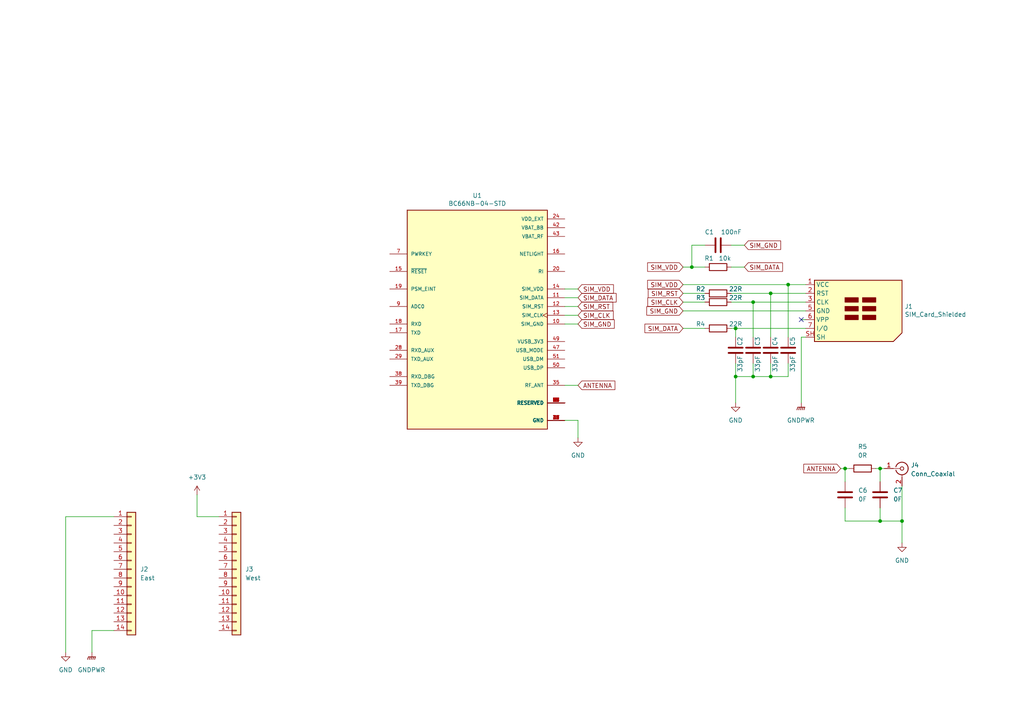
<source format=kicad_sch>
(kicad_sch (version 20211123) (generator eeschema)
  (paper "A4")
  (lib_symbols
    (symbol "BC66NB-04-STD:BC66NB-04-STD" (pin_names (offset 1.016))
      (property "Reference" "U" (at -20.32 31.496 0))
      (property "Value" "BC66NB-04-STD" (at -20.32 -35.56 0))
      (symbol "BC66NB-04-STD_0_0"
        (rectangle (start -20.32 -33.02) (end 20.32 30.48) (stroke (width 0.254)) (fill (type background)))
        (pin power_in line (at 25.4 -30.48 180) (length 5.08) (name "GND") (number "1"))
        (pin power_in line (at 25.4 -2.54 180) (length 5.08) (name "SIM_GND") (number "10"))
        (pin bidirectional line (at 25.4 5.08 180) (length 5.08) (name "SIM_DATA") (number "11"))
        (pin output line (at 25.4 2.54 180) (length 5.08) (name "SIM_RST") (number "12"))
        (pin output clock (at 25.4 0 180) (length 5.08) (name "SIM_CLK") (number "13"))
        (pin power_in line (at 25.4 7.62 180) (length 5.08) (name "SIM_VDD") (number "14"))
        (pin input line (at -25.4 12.7 0) (length 5.08) (name "~{RESET}") (number "15"))
        (pin output line (at 25.4 17.78 180) (length 5.08) (name "NETLIGHT") (number "16"))
        (pin output line (at -25.4 -5.08 0) (length 5.08) (name "TXD") (number "17"))
        (pin input line (at -25.4 -2.54 0) (length 5.08) (name "RXD") (number "18"))
        (pin input line (at -25.4 7.62 0) (length 5.08) (name "PSM_EINT") (number "19"))
        (pin bidirectional line (at 25.4 -25.4 180) (length 5.08) (name "RESERVED") (number "2"))
        (pin output line (at 25.4 12.7 180) (length 5.08) (name "RI") (number "20"))
        (pin bidirectional line (at 25.4 -25.4 180) (length 5.08) (name "RESERVED") (number "21"))
        (pin bidirectional line (at 25.4 -25.4 180) (length 5.08) (name "RESERVED") (number "22"))
        (pin bidirectional line (at 25.4 -25.4 180) (length 5.08) (name "RESERVED") (number "23"))
        (pin power_in line (at 25.4 27.94 180) (length 5.08) (name "VDD_EXT") (number "24"))
        (pin bidirectional line (at 25.4 -25.4 180) (length 5.08) (name "RESERVED") (number "25"))
        (pin bidirectional line (at 25.4 -25.4 180) (length 5.08) (name "RESERVED") (number "26"))
        (pin power_in line (at 25.4 -30.48 180) (length 5.08) (name "GND") (number "27"))
        (pin input line (at -25.4 -10.16 0) (length 5.08) (name "RXD_AUX") (number "28"))
        (pin output line (at -25.4 -12.7 0) (length 5.08) (name "TXD_AUX") (number "29"))
        (pin bidirectional line (at 25.4 -25.4 180) (length 5.08) (name "RESERVED") (number "3"))
        (pin bidirectional line (at 25.4 -25.4 180) (length 5.08) (name "RESERVED") (number "30"))
        (pin bidirectional line (at 25.4 -25.4 180) (length 5.08) (name "RESERVED") (number "31"))
        (pin bidirectional line (at 25.4 -25.4 180) (length 5.08) (name "RESERVED") (number "32"))
        (pin bidirectional line (at 25.4 -25.4 180) (length 5.08) (name "RESERVED") (number "33"))
        (pin power_in line (at 25.4 -30.48 180) (length 5.08) (name "GND") (number "34"))
        (pin bidirectional line (at 25.4 -20.32 180) (length 5.08) (name "RF_ANT") (number "35"))
        (pin power_in line (at 25.4 -30.48 180) (length 5.08) (name "GND") (number "36"))
        (pin power_in line (at 25.4 -30.48 180) (length 5.08) (name "GND") (number "37"))
        (pin input line (at -25.4 -17.78 0) (length 5.08) (name "RXD_DBG") (number "38"))
        (pin output line (at -25.4 -20.32 0) (length 5.08) (name "TXD_DBG") (number "39"))
        (pin bidirectional line (at 25.4 -25.4 180) (length 5.08) (name "RESERVED") (number "4"))
        (pin power_in line (at 25.4 -30.48 180) (length 5.08) (name "GND") (number "40"))
        (pin power_in line (at 25.4 -30.48 180) (length 5.08) (name "GND") (number "41"))
        (pin power_in line (at 25.4 25.4 180) (length 5.08) (name "VBAT_BB") (number "42"))
        (pin power_in line (at 25.4 22.86 180) (length 5.08) (name "VBAT_RF") (number "43"))
        (pin bidirectional line (at 25.4 -25.4 180) (length 5.08) (name "RESERVED") (number "44"))
        (pin bidirectional line (at 25.4 -25.4 180) (length 5.08) (name "RESERVED") (number "45"))
        (pin bidirectional line (at 25.4 -25.4 180) (length 5.08) (name "RESERVED") (number "46"))
        (pin input line (at 25.4 -10.16 180) (length 5.08) (name "USB_MODE") (number "47"))
        (pin bidirectional line (at 25.4 -25.4 180) (length 5.08) (name "RESERVED") (number "48"))
        (pin power_in line (at 25.4 -7.62 180) (length 5.08) (name "VUSB_3V3") (number "49"))
        (pin bidirectional line (at 25.4 -25.4 180) (length 5.08) (name "RESERVED") (number "5"))
        (pin bidirectional line (at 25.4 -15.24 180) (length 5.08) (name "USB_DP") (number "50"))
        (pin bidirectional line (at 25.4 -12.7 180) (length 5.08) (name "USB_DM") (number "51"))
        (pin bidirectional line (at 25.4 -25.4 180) (length 5.08) (name "RESERVED") (number "52"))
        (pin bidirectional line (at 25.4 -25.4 180) (length 5.08) (name "RESERVED") (number "53"))
        (pin bidirectional line (at 25.4 -25.4 180) (length 5.08) (name "RESERVED") (number "54"))
        (pin bidirectional line (at 25.4 -25.4 180) (length 5.08) (name "RESERVED") (number "55"))
        (pin bidirectional line (at 25.4 -25.4 180) (length 5.08) (name "RESERVED") (number "56"))
        (pin bidirectional line (at 25.4 -25.4 180) (length 5.08) (name "RESERVED") (number "57"))
        (pin bidirectional line (at 25.4 -25.4 180) (length 5.08) (name "RESERVED") (number "58"))
        (pin bidirectional line (at 25.4 -25.4 180) (length 5.08) (name "RESERVED") (number "6"))
        (pin input line (at -25.4 17.78 0) (length 5.08) (name "PWRKEY") (number "7"))
        (pin bidirectional line (at 25.4 -25.4 180) (length 5.08) (name "RESERVED") (number "8"))
        (pin input line (at -25.4 2.54 0) (length 5.08) (name "ADC0") (number "9"))
      )
    )
    (symbol "Connector:Conn_Coaxial" (pin_names (offset 1.016) hide)
      (property "Reference" "J" (at 0.254 3.048 0))
      (property "Value" "Conn_Coaxial" (at 2.921 0 90))
      (symbol "Conn_Coaxial_0_1"
        (arc (start -1.778 -0.508) (mid 0.222 -1.808) (end 1.778 0) (stroke (width 0.254)))
        (polyline (pts (xy -2.54 0) (xy -0.508 0)))
        (polyline (pts (xy 0 -2.54) (xy 0 -1.778)))
        (circle (center 0 0) (radius 0.508) (stroke (width 0.2032)))
        (arc (start 1.778 0) (mid 0.222 1.8083) (end -1.778 0.508) (stroke (width 0.254)))
      )
      (symbol "Conn_Coaxial_1_1"
        (pin passive line (at -5.08 0 0) (length 2.54) (name "In") (number "1"))
        (pin passive line (at 0 -5.08 90) (length 2.54) (name "Ext") (number "2"))
      )
    )
    (symbol "Connector:SIM_Card_Shielded"
      (property "Reference" "J" (at -2.54 12.7 0))
      (property "Value" "Connector_SIM_Card_Shielded" (at -1.27 10.16 0))
      (symbol "SIM_Card_Shielded_0_1"
        (rectangle (start -1.27 -2.54) (end 2.54 -1.27) (stroke (width 0.254)) (fill (type outline)))
        (rectangle (start -1.27 0) (end 2.54 1.27) (stroke (width 0.254)) (fill (type outline)))
        (rectangle (start -1.27 2.54) (end 2.54 3.81) (stroke (width 0.254)) (fill (type outline)))
        (polyline (pts (xy -10.16 8.89) (xy -10.16 -8.89) (xy 12.7 -8.89) (xy 15.24 -6.35) (xy 15.24 8.89) (xy -10.16 8.89)) (stroke (width 0.254)) (fill (type background)))
        (rectangle (start 3.81 -1.27) (end 7.62 -2.54) (stroke (width 0.254)) (fill (type outline)))
        (rectangle (start 3.81 0) (end 7.62 1.27) (stroke (width 0.254)) (fill (type outline)))
        (rectangle (start 3.81 2.54) (end 7.62 3.81) (stroke (width 0.254)) (fill (type outline)))
      )
      (symbol "SIM_Card_Shielded_1_1"
        (pin power_in line (at -12.7 7.62 0) (length 2.54) (name "VCC") (number "1"))
        (pin input line (at -12.7 5.08 0) (length 2.54) (name "RST") (number "2"))
        (pin input line (at -12.7 2.54 0) (length 2.54) (name "CLK") (number "3"))
        (pin power_in line (at -12.7 0 0) (length 2.54) (name "GND") (number "5"))
        (pin input line (at -12.7 -2.54 0) (length 2.54) (name "VPP") (number "6"))
        (pin bidirectional line (at -12.7 -5.08 0) (length 2.54) (name "I/O") (number "7"))
        (pin passive line (at -12.7 -7.62 0) (length 2.54) (name "SH") (number "SH"))
      )
    )
    (symbol "Connector_Generic:Conn_01x14" (pin_names (offset 1.016) hide)
      (property "Reference" "J" (at 0 17.78 0))
      (property "Value" "Conn_01x14" (at 0 -20.32 0))
      (symbol "Conn_01x14_1_1"
        (rectangle (start -1.27 -17.653) (end 0 -17.907) (stroke (width 0.1524)))
        (rectangle (start -1.27 -15.113) (end 0 -15.367) (stroke (width 0.1524)))
        (rectangle (start -1.27 -12.573) (end 0 -12.827) (stroke (width 0.1524)))
        (rectangle (start -1.27 -10.033) (end 0 -10.287) (stroke (width 0.1524)))
        (rectangle (start -1.27 -7.493) (end 0 -7.747) (stroke (width 0.1524)))
        (rectangle (start -1.27 -4.953) (end 0 -5.207) (stroke (width 0.1524)))
        (rectangle (start -1.27 -2.413) (end 0 -2.667) (stroke (width 0.1524)))
        (rectangle (start -1.27 0.127) (end 0 -0.127) (stroke (width 0.1524)))
        (rectangle (start -1.27 2.667) (end 0 2.413) (stroke (width 0.1524)))
        (rectangle (start -1.27 5.207) (end 0 4.953) (stroke (width 0.1524)))
        (rectangle (start -1.27 7.747) (end 0 7.493) (stroke (width 0.1524)))
        (rectangle (start -1.27 10.287) (end 0 10.033) (stroke (width 0.1524)))
        (rectangle (start -1.27 12.827) (end 0 12.573) (stroke (width 0.1524)))
        (rectangle (start -1.27 15.367) (end 0 15.113) (stroke (width 0.1524)))
        (rectangle (start -1.27 16.51) (end 1.27 -19.05) (stroke (width 0.254)) (fill (type background)))
        (pin passive line (at -5.08 15.24 0) (length 3.81) (name "Pin_1") (number "1"))
        (pin passive line (at -5.08 -7.62 0) (length 3.81) (name "Pin_10") (number "10"))
        (pin passive line (at -5.08 -10.16 0) (length 3.81) (name "Pin_11") (number "11"))
        (pin passive line (at -5.08 -12.7 0) (length 3.81) (name "Pin_12") (number "12"))
        (pin passive line (at -5.08 -15.24 0) (length 3.81) (name "Pin_13") (number "13"))
        (pin passive line (at -5.08 -17.78 0) (length 3.81) (name "Pin_14") (number "14"))
        (pin passive line (at -5.08 12.7 0) (length 3.81) (name "Pin_2") (number "2"))
        (pin passive line (at -5.08 10.16 0) (length 3.81) (name "Pin_3") (number "3"))
        (pin passive line (at -5.08 7.62 0) (length 3.81) (name "Pin_4") (number "4"))
        (pin passive line (at -5.08 5.08 0) (length 3.81) (name "Pin_5") (number "5"))
        (pin passive line (at -5.08 2.54 0) (length 3.81) (name "Pin_6") (number "6"))
        (pin passive line (at -5.08 0 0) (length 3.81) (name "Pin_7") (number "7"))
        (pin passive line (at -5.08 -2.54 0) (length 3.81) (name "Pin_8") (number "8"))
        (pin passive line (at -5.08 -5.08 0) (length 3.81) (name "Pin_9") (number "9"))
      )
    )
    (symbol "Device:C" (pin_numbers hide) (pin_names (offset 0.254))
      (property "Reference" "C" (at 0.635 2.54 0))
      (property "Value" "C" (at 0.635 -2.54 0))
      (symbol "C_0_1"
        (polyline (pts (xy -2.032 -0.762) (xy 2.032 -0.762)) (stroke (width 0.508)))
        (polyline (pts (xy -2.032 0.762) (xy 2.032 0.762)) (stroke (width 0.508)))
      )
      (symbol "C_1_1"
        (pin passive line (at 0 3.81 270) (length 2.794) (name "~") (number "1"))
        (pin passive line (at 0 -3.81 90) (length 2.794) (name "~") (number "2"))
      )
    )
    (symbol "Device:R" (pin_numbers hide) (pin_names (offset 0))
      (property "Reference" "R" (at 2.032 0 90))
      (property "Value" "R" (at 0 0 90))
      (symbol "R_0_1"
        (rectangle (start -1.016 -2.54) (end 1.016 2.54) (stroke (width 0.254)))
      )
      (symbol "R_1_1"
        (pin passive line (at 0 3.81 270) (length 1.27) (name "~") (number "1"))
        (pin passive line (at 0 -3.81 90) (length 1.27) (name "~") (number "2"))
      )
    )
    (symbol "power:+3V3" (power) (pin_names (offset 0))
      (property "Value" "+3V3" (at 0 3.556 0))
      (symbol "+3V3_0_1"
        (polyline (pts (xy -0.762 1.27) (xy 0 2.54)))
        (polyline (pts (xy 0 0) (xy 0 2.54)))
        (polyline (pts (xy 0 2.54) (xy 0.762 1.27)))
      )
      (symbol "+3V3_1_1"
        (pin power_in line (at 0 0 90) (length 0) hide (name "+3V3") (number "1"))
      )
    )
    (symbol "power:GND" (power) (pin_names (offset 0))
      (property "Value" "GND" (at 0 -3.81 0))
      (symbol "GND_0_1"
        (polyline (pts (xy 0 0) (xy 0 -1.27) (xy 1.27 -1.27) (xy 0 -2.54) (xy -1.27 -1.27) (xy 0 -1.27)))
      )
      (symbol "GND_1_1"
        (pin power_in line (at 0 0 270) (length 0) hide (name "GND") (number "1"))
      )
    )
    (symbol "power:GNDPWR" (power) (pin_names (offset 0))
      (property "Value" "GNDPWR" (at 0 -3.302 0))
      (symbol "GNDPWR_0_1"
        (polyline (pts (xy 0 -1.27) (xy 0 0)))
        (polyline (pts (xy -1.016 -1.27) (xy -1.27 -2.032) (xy -1.27 -2.032)) (stroke (width 0.2032)))
        (polyline (pts (xy -0.508 -1.27) (xy -0.762 -2.032) (xy -0.762 -2.032)) (stroke (width 0.2032)))
        (polyline (pts (xy 0 -1.27) (xy -0.254 -2.032) (xy -0.254 -2.032)) (stroke (width 0.2032)))
        (polyline (pts (xy 0.508 -1.27) (xy 0.254 -2.032) (xy 0.254 -2.032)) (stroke (width 0.2032)))
        (polyline (pts (xy 1.016 -1.27) (xy -1.016 -1.27) (xy -1.016 -1.27)) (stroke (width 0.2032)))
        (polyline (pts (xy 1.016 -1.27) (xy 0.762 -2.032) (xy 0.762 -2.032) (xy 0.762 -2.032)) (stroke (width 0.2032)))
      )
      (symbol "GNDPWR_1_1"
        (pin power_in line (at 0 0 270) (length 0) hide (name "GNDPWR") (number "1"))
      )
    )
  )
  (junction (at 218.44 109.22))
  (junction (at 255.27 135.89))
  (junction (at 261.62 151.13))
  (junction (at 223.52 85.09))
  (junction (at 228.6 82.55))
  (junction (at 213.36 95.25))
  (junction (at 223.52 109.22))
  (junction (at 218.44 87.63))
  (junction (at 255.27 151.13))
  (junction (at 213.36 109.22))
  (junction (at 245.11 135.89))
  (junction (at 200.66 77.47))
  (no_connect (at 232.41 92.71))
  (wire (pts (xy 19.05 189.23) (xy 19.05 149.86)))
  (wire (pts (xy 213.36 95.25) (xy 213.36 97.79)))
  (wire (pts (xy 212.09 77.47) (xy 215.9 77.47)))
  (wire (pts (xy 233.68 82.55) (xy 228.6 82.55)))
  (wire (pts (xy 228.6 109.22) (xy 228.6 105.41)))
  (wire (pts (xy 213.36 109.22) (xy 218.44 109.22)))
  (wire (pts (xy 212.09 95.25) (xy 213.36 95.25)))
  (wire (pts (xy 163.83 111.76) (xy 167.64 111.76)))
  (wire (pts (xy 167.64 121.92) (xy 167.64 127)))
  (wire (pts (xy 232.41 116.84) (xy 232.41 97.79)))
  (wire (pts (xy 243.84 135.89) (xy 245.11 135.89)))
  (wire (pts (xy 212.09 85.09) (xy 223.52 85.09)))
  (wire (pts (xy 57.15 143.51) (xy 57.15 149.86)))
  (wire (pts (xy 245.11 135.89) (xy 246.38 135.89)))
  (wire (pts (xy 163.83 93.98) (xy 167.64 93.98)))
  (wire (pts (xy 213.36 105.41) (xy 213.36 109.22)))
  (wire (pts (xy 212.09 87.63) (xy 218.44 87.63)))
  (wire (pts (xy 198.12 85.09) (xy 204.47 85.09)))
  (wire (pts (xy 26.67 182.88) (xy 33.02 182.88)))
  (wire (pts (xy 200.66 77.47) (xy 204.47 77.47)))
  (wire (pts (xy 255.27 135.89) (xy 256.54 135.89)))
  (wire (pts (xy 198.12 87.63) (xy 204.47 87.63)))
  (wire (pts (xy 223.52 105.41) (xy 223.52 109.22)))
  (wire (pts (xy 223.52 109.22) (xy 228.6 109.22)))
  (wire (pts (xy 245.11 147.32) (xy 245.11 151.13)))
  (wire (pts (xy 19.05 149.86) (xy 33.02 149.86)))
  (wire (pts (xy 218.44 105.41) (xy 218.44 109.22)))
  (wire (pts (xy 255.27 135.89) (xy 255.27 139.7)))
  (wire (pts (xy 163.83 88.9) (xy 167.64 88.9)))
  (wire (pts (xy 218.44 87.63) (xy 233.68 87.63)))
  (wire (pts (xy 163.83 83.82) (xy 167.64 83.82)))
  (wire (pts (xy 198.12 77.47) (xy 200.66 77.47)))
  (wire (pts (xy 232.41 92.71) (xy 233.68 92.71)))
  (wire (pts (xy 223.52 85.09) (xy 223.52 97.79)))
  (wire (pts (xy 254 135.89) (xy 255.27 135.89)))
  (wire (pts (xy 163.83 91.44) (xy 167.64 91.44)))
  (wire (pts (xy 198.12 95.25) (xy 204.47 95.25)))
  (wire (pts (xy 213.36 95.25) (xy 233.68 95.25)))
  (wire (pts (xy 228.6 82.55) (xy 228.6 97.79)))
  (wire (pts (xy 26.67 189.23) (xy 26.67 182.88)))
  (wire (pts (xy 261.62 151.13) (xy 261.62 157.48)))
  (wire (pts (xy 198.12 90.17) (xy 233.68 90.17)))
  (wire (pts (xy 198.12 82.55) (xy 228.6 82.55)))
  (wire (pts (xy 255.27 147.32) (xy 255.27 151.13)))
  (wire (pts (xy 223.52 85.09) (xy 233.68 85.09)))
  (wire (pts (xy 255.27 151.13) (xy 261.62 151.13)))
  (wire (pts (xy 57.15 149.86) (xy 63.5 149.86)))
  (wire (pts (xy 232.41 97.79) (xy 233.68 97.79)))
  (wire (pts (xy 163.83 121.92) (xy 167.64 121.92)))
  (wire (pts (xy 213.36 109.22) (xy 213.36 116.84)))
  (wire (pts (xy 163.83 86.36) (xy 167.64 86.36)))
  (wire (pts (xy 200.66 71.12) (xy 204.47 71.12)))
  (wire (pts (xy 200.66 77.47) (xy 200.66 71.12)))
  (wire (pts (xy 245.11 151.13) (xy 255.27 151.13)))
  (wire (pts (xy 218.44 109.22) (xy 223.52 109.22)))
  (wire (pts (xy 261.62 140.97) (xy 261.62 151.13)))
  (wire (pts (xy 245.11 135.89) (xy 245.11 139.7)))
  (wire (pts (xy 212.09 71.12) (xy 215.9 71.12)))
  (wire (pts (xy 218.44 87.63) (xy 218.44 97.79)))
  (global_label "SIM_GND" (shape input) (at 167.64 93.98 0) (property "Intersheet References" "${INTERSHEET_REFS}" (effects hide)))
  (global_label "ANTENNA" (shape input) (at 167.64 111.76 0) (property "Intersheet References" "${INTERSHEET_REFS}" (effects hide)))
  (global_label "SIM_DATA" (shape input) (at 198.12 95.25 180) (property "Intersheet References" "${INTERSHEET_REFS}" (effects hide)))
  (global_label "SIM_VDD" (shape input) (at 198.12 82.55 180) (property "Intersheet References" "${INTERSHEET_REFS}" (effects hide)))
  (global_label "SIM_CLK" (shape input) (at 167.64 91.44 0) (property "Intersheet References" "${INTERSHEET_REFS}" (effects hide)))
  (global_label "SIM_VDD" (shape input) (at 167.64 83.82 0) (property "Intersheet References" "${INTERSHEET_REFS}" (effects hide)))
  (global_label "SIM_VDD" (shape input) (at 198.12 77.47 180) (property "Intersheet References" "${INTERSHEET_REFS}" (effects hide)))
  (global_label "SIM_RST" (shape input) (at 167.64 88.9 0) (property "Intersheet References" "${INTERSHEET_REFS}" (effects hide)))
  (global_label "SIM_DATA" (shape input) (at 215.9 77.47 0) (property "Intersheet References" "${INTERSHEET_REFS}" (effects hide)))
  (global_label "SIM_GND" (shape input) (at 198.12 90.17 180) (property "Intersheet References" "${INTERSHEET_REFS}" (effects hide)))
  (global_label "SIM_DATA" (shape input) (at 167.64 86.36 0) (property "Intersheet References" "${INTERSHEET_REFS}" (effects hide)))
  (global_label "ANTENNA" (shape input) (at 243.84 135.89 180) (property "Intersheet References" "${INTERSHEET_REFS}" (effects hide)))
  (global_label "SIM_RST" (shape input) (at 198.12 85.09 180) (property "Intersheet References" "${INTERSHEET_REFS}" (effects hide)))
  (global_label "SIM_GND" (shape input) (at 215.9 71.12 0) (property "Intersheet References" "${INTERSHEET_REFS}" (effects hide)))
  (global_label "SIM_CLK" (shape input) (at 198.12 87.63 180) (property "Intersheet References" "${INTERSHEET_REFS}" (effects hide)))
  (symbol (lib_id "Connector:SIM_Card_Shielded") (at 246.38 90.17 0) (unit 1)
    (property "Reference" "J1" (at 262.382 88.9 0) (effects (justify left)))
    (property "Value" "SIM_Card_Shielded" (at 262.382 91.2114 0) (effects (justify left)))
    (property "Footprint" "Connector_Card:microSIM_JAE_SF53S006VCBR2000" (effects hide))
    (property "Datasheet" " ~" (effects hide))
  )
  (symbol (lib_id "BC66NB-04-STD:BC66NB-04-STD") (at 138.43 91.44 0) (unit 1)
    (property "Reference" "U1" (at 138.43 56.7182 0))
    (property "Value" "BC66NB-04-STD" (at 138.43 59.0296 0))
    (property "Footprint" "XCVR_BC66NB-04-STD" (effects hide))
    (property "MP" "BC66" (effects hide))
    (property "AVAILABILITY" "Unavailable" (effects hide))
    (property "DESCRIPTION" "BC66 is a high-performance, multi-band LTE Cat NB-IoT module with extremely low power consumption. The ultra-compact 17.7mm × 15.8mm × 2.0mm profile makes it the perfect choice for size sensitive applications" (effects hide))
    (property "PRICE" "None" (effects hide))
    (property "PACKAGE" "Radial Vertical Cylinder  Quectel Wireless Solutions Co., Ltd" (effects hide))
    (property "MF" "Quectel Wireless Solutions Co., Ltd" (effects hide))
  )
  (symbol (lib_id "Device:C") (at 255.27 143.51 0) (unit 1)
    (property "Reference" "C7" (at 259.08 142.2399 0) (effects (justify left)))
    (property "Value" "0F" (at 259.08 144.7799 0) (effects (justify left)))
    (property "Footprint" "Capacitor_SMD:C_0603_1608Metric_Pad1.08x0.95mm_HandSolder" (effects hide))
  )
  (symbol (lib_id "power:GNDPWR") (at 232.41 116.84 0) (unit 1)
    (property "Reference" "#PWR02" (effects hide))
    (property "Value" "GNDPWR" (at 232.283 121.92 0))
  )
  (symbol (lib_id "Device:R") (at 208.28 85.09 90) (unit 1)
    (property "Reference" "R2" (at 203.2 83.82 90))
    (property "Value" "22R" (at 213.36 83.82 90))
    (property "Footprint" "Resistor_SMD:R_1206_3216Metric_Pad1.30x1.75mm_HandSolder" (effects hide))
  )
  (symbol (lib_id "Connector:Conn_Coaxial") (at 261.62 135.89 0) (unit 1)
    (property "Reference" "J4" (at 264.16 134.9131 0) (effects (justify left)))
    (property "Value" "Conn_Coaxial" (at 264.16 137.4531 0) (effects (justify left)))
    (property "Footprint" "Connector_Coaxial:U.FL_Hirose_U.FL-R-SMT-1_Vertical" (effects hide))
    (property "Datasheet" " ~" (effects hide))
  )
  (symbol (lib_id "power:GND") (at 213.36 116.84 0) (unit 1)
    (property "Reference" "#PWR01" (effects hide))
    (property "Value" "GND" (at 213.36 121.92 0))
  )
  (symbol (lib_id "Device:C") (at 213.36 101.6 0) (unit 1)
    (property "Reference" "C2" (at 214.63 100.33 90) (effects (justify left)))
    (property "Value" "33pF" (at 214.63 107.95 90) (effects (justify left)))
    (property "Footprint" "Capacitor_SMD:C_1206_3216Metric_Pad1.33x1.80mm_HandSolder" (effects hide))
  )
  (symbol (lib_id "Device:R") (at 208.28 77.47 90) (unit 1)
    (property "Reference" "R1" (at 207.0099 74.93 90) (effects (justify left)))
    (property "Value" "10k" (at 212.09 74.93 90) (effects (justify left)))
    (property "Footprint" "Resistor_SMD:R_1206_3216Metric_Pad1.30x1.75mm_HandSolder" (effects hide))
  )
  (symbol (lib_id "Connector_Generic:Conn_01x14") (at 38.1 165.1 0) (unit 1)
    (property "Reference" "J2" (at 40.64 165.0999 0) (effects (justify left)))
    (property "Value" "East" (at 40.64 167.6399 0) (effects (justify left)))
    (property "Footprint" "Connector_PinHeader_2.54mm:PinHeader_1x14_P2.54mm_Vertical" (effects hide))
  )
  (symbol (lib_id "Device:C") (at 218.44 101.6 0) (unit 1)
    (property "Reference" "C3" (at 219.71 100.33 90) (effects (justify left)))
    (property "Value" "33pF" (at 219.71 107.95 90) (effects (justify left)))
    (property "Footprint" "Capacitor_SMD:C_1206_3216Metric_Pad1.33x1.80mm_HandSolder" (effects hide))
  )
  (symbol (lib_id "power:GNDPWR") (at 26.67 189.23 0) (unit 1)
    (property "Reference" "#PWR0102" (effects hide))
    (property "Value" "GNDPWR" (at 26.543 194.31 0))
  )
  (symbol (lib_id "Device:C") (at 228.6 101.6 0) (unit 1)
    (property "Reference" "C5" (at 229.87 100.33 90) (effects (justify left)))
    (property "Value" "33pF" (at 229.87 107.95 90) (effects (justify left)))
    (property "Footprint" "Capacitor_SMD:C_1206_3216Metric_Pad1.33x1.80mm_HandSolder" (effects hide))
  )
  (symbol (lib_id "Device:C") (at 208.28 71.12 90) (unit 1)
    (property "Reference" "C1" (at 205.74 67.31 90))
    (property "Value" "100nF" (at 212.09 67.31 90))
    (property "Footprint" "Capacitor_SMD:C_1206_3216Metric_Pad1.33x1.80mm_HandSolder" (effects hide))
  )
  (symbol (lib_id "Connector_Generic:Conn_01x14") (at 68.58 165.1 0) (unit 1)
    (property "Reference" "J3" (at 71.12 165.0999 0) (effects (justify left)))
    (property "Value" "West" (at 71.12 167.6399 0) (effects (justify left)))
    (property "Footprint" "Connector_PinHeader_2.54mm:PinHeader_1x14_P2.54mm_Vertical" (effects hide))
  )
  (symbol (lib_id "Device:C") (at 245.11 143.51 0) (unit 1)
    (property "Reference" "C6" (at 248.92 142.2399 0) (effects (justify left)))
    (property "Value" "0F" (at 248.92 144.7799 0) (effects (justify left)))
    (property "Footprint" "Capacitor_SMD:C_0603_1608Metric_Pad1.08x0.95mm_HandSolder" (effects hide))
  )
  (symbol (lib_id "Device:C") (at 223.52 101.6 0) (unit 1)
    (property "Reference" "C4" (at 224.79 100.33 90) (effects (justify left)))
    (property "Value" "33pF" (at 224.79 107.95 90) (effects (justify left)))
    (property "Footprint" "Capacitor_SMD:C_1206_3216Metric_Pad1.33x1.80mm_HandSolder" (effects hide))
  )
  (symbol (lib_id "power:GND") (at 19.05 189.23 0) (unit 1)
    (property "Reference" "#PWR0103" (effects hide))
    (property "Value" "GND" (at 19.05 194.31 0))
  )
  (symbol (lib_id "Device:R") (at 208.28 95.25 90) (unit 1)
    (property "Reference" "R4" (at 203.2 93.98 90))
    (property "Value" "22R" (at 213.36 93.98 90))
    (property "Footprint" "Resistor_SMD:R_1206_3216Metric_Pad1.30x1.75mm_HandSolder" (effects hide))
  )
  (symbol (lib_id "power:GND") (at 261.62 157.48 0) (unit 1)
    (property "Reference" "#PWR0105" (effects hide))
    (property "Value" "GND" (at 261.62 162.56 0))
  )
  (symbol (lib_id "power:GND") (at 167.64 127 0) (unit 1)
    (property "Reference" "#PWR0101" (effects hide))
    (property "Value" "GND" (at 167.64 132.08 0))
  )
  (symbol (lib_id "Device:R") (at 250.19 135.89 90) (unit 1)
    (property "Reference" "R5" (at 250.19 129.54 90))
    (property "Value" "0R" (at 250.19 132.08 90))
    (property "Footprint" "Resistor_SMD:R_0603_1608Metric_Pad0.98x0.95mm_HandSolder" (effects hide))
  )
  (symbol (lib_id "power:+3V3") (at 57.15 143.51 0) (unit 1)
    (property "Reference" "#PWR0104" (effects hide))
    (property "Value" "+3V3" (at 57.15 138.43 0))
  )
  (symbol (lib_id "Device:R") (at 208.28 87.63 90) (unit 1)
    (property "Reference" "R3" (at 203.2 86.36 90))
    (property "Value" "22R" (at 213.36 86.36 90))
    (property "Footprint" "Resistor_SMD:R_1206_3216Metric_Pad1.30x1.75mm_HandSolder" (effects hide))
  )
)
</source>
